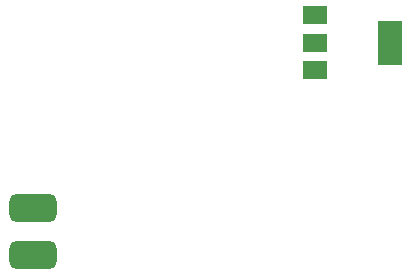
<source format=gbr>
%TF.GenerationSoftware,KiCad,Pcbnew,(6.0.7)*%
%TF.CreationDate,2024-02-17T17:29:39-05:00*%
%TF.ProjectId,temp_fan_controller,74656d70-5f66-4616-9e5f-636f6e74726f,rev?*%
%TF.SameCoordinates,Original*%
%TF.FileFunction,Paste,Top*%
%TF.FilePolarity,Positive*%
%FSLAX46Y46*%
G04 Gerber Fmt 4.6, Leading zero omitted, Abs format (unit mm)*
G04 Created by KiCad (PCBNEW (6.0.7)) date 2024-02-17 17:29:39*
%MOMM*%
%LPD*%
G01*
G04 APERTURE LIST*
G04 Aperture macros list*
%AMRoundRect*
0 Rectangle with rounded corners*
0 $1 Rounding radius*
0 $2 $3 $4 $5 $6 $7 $8 $9 X,Y pos of 4 corners*
0 Add a 4 corners polygon primitive as box body*
4,1,4,$2,$3,$4,$5,$6,$7,$8,$9,$2,$3,0*
0 Add four circle primitives for the rounded corners*
1,1,$1+$1,$2,$3*
1,1,$1+$1,$4,$5*
1,1,$1+$1,$6,$7*
1,1,$1+$1,$8,$9*
0 Add four rect primitives between the rounded corners*
20,1,$1+$1,$2,$3,$4,$5,0*
20,1,$1+$1,$4,$5,$6,$7,0*
20,1,$1+$1,$6,$7,$8,$9,0*
20,1,$1+$1,$8,$9,$2,$3,0*%
G04 Aperture macros list end*
%ADD10RoundRect,0.600000X1.400000X0.600000X-1.400000X0.600000X-1.400000X-0.600000X1.400000X-0.600000X0*%
%ADD11R,2.000000X1.500000*%
%ADD12R,2.000000X3.800000*%
G04 APERTURE END LIST*
D10*
%TO.C,U3*%
X98000000Y-80000000D03*
X98000000Y-84000000D03*
%TD*%
D11*
%TO.C,U1*%
X121850000Y-63700000D03*
X121850000Y-66000000D03*
X121850000Y-68300000D03*
D12*
X128150000Y-66000000D03*
%TD*%
M02*

</source>
